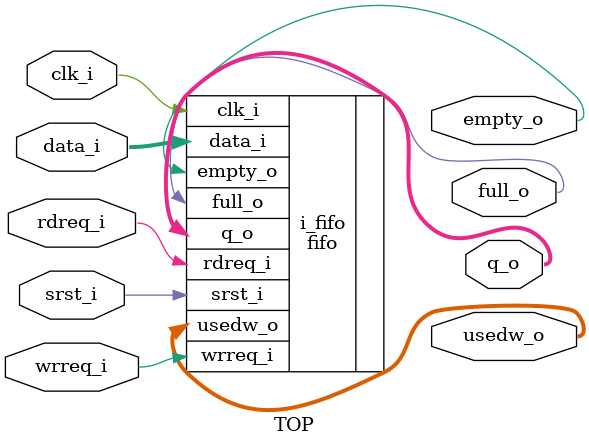
<source format=sv>
module TOP #(
	parameter DWIDTH = 8,
	          AWIDTH = 8
)(
	input  wire              clk_i,
	input  wire              srst_i,

	input  wire               wrreq_i,
	input  wire               rdreq_i,
	input  wire  [DWIDTH-1:0] data_i,

	output logic [DWIDTH-1:0] q_o,
	output logic              empty_o,
	output logic              full_o,
	output logic [AWIDTH-1:0] usedw_o
);


fifo #(
	.AWIDTH  ( AWIDTH  ),
	.DWIDTH  ( DWIDTH  )
) i_fifo (
	.clk_i   ( clk_i   ),
	.srst_i  ( srst_i  ),

	.data_i  ( data_i  ),
	.wrreq_i ( wrreq_i ),
	.rdreq_i ( rdreq_i ),

	.q_o     ( q_o     ),
	.empty_o ( empty_o ),
	.full_o  ( full_o  ),
	.usedw_o ( usedw_o )
);


endmodule

</source>
